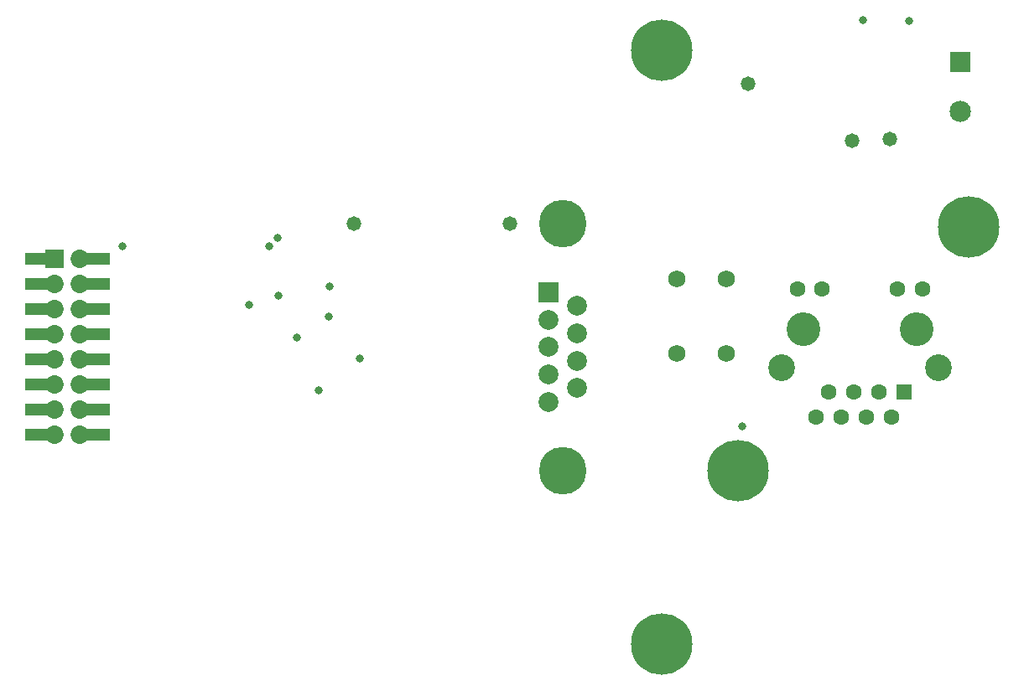
<source format=gbs>
G04*
G04 #@! TF.GenerationSoftware,Altium Limited,Altium Designer,19.1.9 (167)*
G04*
G04 Layer_Color=16711935*
%FSLAX25Y25*%
%MOIN*%
G70*
G01*
G75*
%ADD35C,0.07296*%
%ADD36R,0.07296X0.07296*%
%ADD37R,0.08477X0.08477*%
%ADD38C,0.08477*%
%ADD39C,0.06312*%
%ADD40R,0.06312X0.06312*%
%ADD41C,0.10642*%
%ADD42C,0.13398*%
%ADD43C,0.07887*%
%ADD44R,0.07887X0.07887*%
%ADD45C,0.18910*%
%ADD46C,0.24422*%
%ADD47C,0.06800*%
%ADD48C,0.05800*%
%ADD49C,0.03162*%
%ADD87R,0.13005X0.04737*%
D35*
X-369016Y211850D02*
D03*
X-379016D02*
D03*
X-369016Y221850D02*
D03*
X-379016D02*
D03*
X-369016Y231850D02*
D03*
X-379016Y201850D02*
D03*
X-369016D02*
D03*
X-379016Y191850D02*
D03*
X-369016D02*
D03*
X-379016Y181850D02*
D03*
X-369016D02*
D03*
X-379016Y171850D02*
D03*
Y161850D02*
D03*
X-369016Y171850D02*
D03*
Y161850D02*
D03*
D36*
X-379016Y231850D02*
D03*
D37*
X-19100Y310343D02*
D03*
D38*
Y290657D02*
D03*
D39*
X-76555Y168937D02*
D03*
X-71555Y178937D02*
D03*
X-66555Y168937D02*
D03*
X-61555Y178937D02*
D03*
X-56555Y168937D02*
D03*
X-51555Y178937D02*
D03*
X-46555Y168937D02*
D03*
X-44055Y220118D02*
D03*
X-74055D02*
D03*
X-34252D02*
D03*
X-83859D02*
D03*
D40*
X-41555Y178937D02*
D03*
D41*
X-27953Y188780D02*
D03*
X-90158D02*
D03*
D42*
X-36555Y203937D02*
D03*
X-81555D02*
D03*
D43*
X-171575Y180492D02*
D03*
Y191398D02*
D03*
Y202303D02*
D03*
Y213209D02*
D03*
X-182756Y207756D02*
D03*
Y196850D02*
D03*
Y185945D02*
D03*
Y175039D02*
D03*
D44*
Y218661D02*
D03*
D45*
X-177165Y147658D02*
D03*
Y246043D02*
D03*
D46*
X-107500Y147600D02*
D03*
X-15700Y244800D02*
D03*
X-137795Y78740D02*
D03*
Y314961D02*
D03*
D47*
X-112320Y223942D02*
D03*
Y194415D02*
D03*
X-132006Y223942D02*
D03*
Y194415D02*
D03*
D48*
X-103600Y301700D02*
D03*
X-198100Y246000D02*
D03*
X-260100D02*
D03*
X-62031Y279131D02*
D03*
X-47100Y279600D02*
D03*
D49*
X-57800Y327000D02*
D03*
X-39500Y326800D02*
D03*
X-352158Y236825D02*
D03*
X-301700Y213800D02*
D03*
X-282700Y200500D02*
D03*
X-290100Y217200D02*
D03*
X-269800Y220900D02*
D03*
X-105700Y165400D02*
D03*
X-274100Y179800D02*
D03*
X-257800Y192400D02*
D03*
X-270300Y209000D02*
D03*
X-294000Y236900D02*
D03*
X-290500Y240400D02*
D03*
D87*
X-384646Y161850D02*
D03*
Y171850D02*
D03*
X-363386Y161850D02*
D03*
Y171850D02*
D03*
X-384646Y181850D02*
D03*
X-363386D02*
D03*
X-384646Y191850D02*
D03*
X-363386D02*
D03*
X-384646Y201850D02*
D03*
X-363386D02*
D03*
X-384646Y211850D02*
D03*
X-363386D02*
D03*
X-384646Y221850D02*
D03*
X-363386D02*
D03*
Y231850D02*
D03*
X-384646D02*
D03*
M02*

</source>
